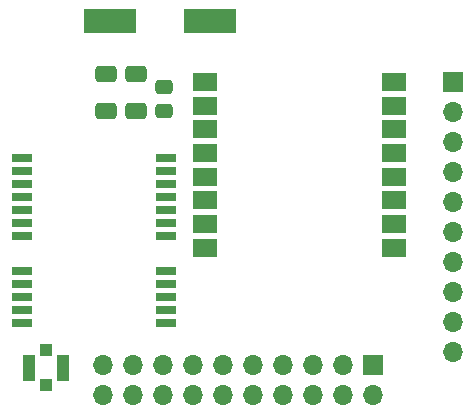
<source format=gbr>
%TF.GenerationSoftware,KiCad,Pcbnew,7.0.6*%
%TF.CreationDate,2023-09-14T12:48:26+02:00*%
%TF.ProjectId,pqunit,7071756e-6974-42e6-9b69-6361645f7063,rev?*%
%TF.SameCoordinates,Original*%
%TF.FileFunction,Soldermask,Top*%
%TF.FilePolarity,Negative*%
%FSLAX46Y46*%
G04 Gerber Fmt 4.6, Leading zero omitted, Abs format (unit mm)*
G04 Created by KiCad (PCBNEW 7.0.6) date 2023-09-14 12:48:26*
%MOMM*%
%LPD*%
G01*
G04 APERTURE LIST*
G04 Aperture macros list*
%AMRoundRect*
0 Rectangle with rounded corners*
0 $1 Rounding radius*
0 $2 $3 $4 $5 $6 $7 $8 $9 X,Y pos of 4 corners*
0 Add a 4 corners polygon primitive as box body*
4,1,4,$2,$3,$4,$5,$6,$7,$8,$9,$2,$3,0*
0 Add four circle primitives for the rounded corners*
1,1,$1+$1,$2,$3*
1,1,$1+$1,$4,$5*
1,1,$1+$1,$6,$7*
1,1,$1+$1,$8,$9*
0 Add four rect primitives between the rounded corners*
20,1,$1+$1,$2,$3,$4,$5,0*
20,1,$1+$1,$4,$5,$6,$7,0*
20,1,$1+$1,$6,$7,$8,$9,0*
20,1,$1+$1,$8,$9,$2,$3,0*%
G04 Aperture macros list end*
%ADD10R,1.800000X0.800000*%
%ADD11R,4.500000X2.000000*%
%ADD12RoundRect,0.250000X0.650000X-0.412500X0.650000X0.412500X-0.650000X0.412500X-0.650000X-0.412500X0*%
%ADD13R,2.000000X1.500000*%
%ADD14R,1.700000X1.700000*%
%ADD15O,1.700000X1.700000*%
%ADD16RoundRect,0.250000X0.475000X-0.337500X0.475000X0.337500X-0.475000X0.337500X-0.475000X-0.337500X0*%
%ADD17R,1.050000X2.200000*%
%ADD18R,1.000000X1.000000*%
G04 APERTURE END LIST*
D10*
%TO.C,U3*%
X136808400Y-106842800D03*
X136808400Y-107942800D03*
X136808400Y-109042800D03*
X136808400Y-110142800D03*
X136808400Y-111242800D03*
X136808400Y-112342800D03*
X136808400Y-113442800D03*
X136808400Y-116442800D03*
X136808400Y-117542800D03*
X136808400Y-118642800D03*
X136808400Y-119742800D03*
X136808400Y-120842800D03*
X124608400Y-120842800D03*
X124608400Y-119742800D03*
X124608400Y-118642800D03*
X124608400Y-117542800D03*
X124608400Y-116442800D03*
X124608400Y-113442800D03*
X124608400Y-112342800D03*
X124608400Y-111242800D03*
X124608400Y-110142800D03*
X124608400Y-109042800D03*
X124608400Y-107942800D03*
X124608400Y-106842800D03*
%TD*%
D11*
%TO.C,Y1*%
X132063600Y-95300800D03*
X140563600Y-95300800D03*
%TD*%
D12*
%TO.C,C10*%
X134264400Y-102908500D03*
X134264400Y-99783500D03*
%TD*%
D13*
%TO.C,U2*%
X140132800Y-100442000D03*
X140132800Y-102442000D03*
X140132800Y-104442000D03*
X140132800Y-106442000D03*
X140132800Y-108442000D03*
X140132800Y-110442000D03*
X140132800Y-112442000D03*
X140132800Y-114442000D03*
X156132800Y-114442000D03*
X156132800Y-112442000D03*
X156132800Y-110442000D03*
X156132800Y-108442000D03*
X156132800Y-106442000D03*
X156132800Y-104442000D03*
X156132800Y-102442000D03*
X156132800Y-100442000D03*
%TD*%
D14*
%TO.C,J1*%
X154350000Y-124390000D03*
D15*
X154350000Y-126930000D03*
X151810000Y-124390000D03*
X151810000Y-126930000D03*
X149270000Y-124390000D03*
X149270000Y-126930000D03*
X146730000Y-124390000D03*
X146730000Y-126930000D03*
X144190000Y-124390000D03*
X144190000Y-126930000D03*
X141650000Y-124390000D03*
X141650000Y-126930000D03*
X139110000Y-124390000D03*
X139110000Y-126930000D03*
X136570000Y-124390000D03*
X136570000Y-126930000D03*
X134030000Y-124390000D03*
X134030000Y-126930000D03*
X131490000Y-124390000D03*
X131490000Y-126930000D03*
%TD*%
D16*
%TO.C,C8*%
X136652000Y-100816500D03*
X136652000Y-102891500D03*
%TD*%
D14*
%TO.C,J2*%
X161086800Y-100431600D03*
D15*
X161086800Y-102971600D03*
X161086800Y-105511600D03*
X161086800Y-108051600D03*
X161086800Y-110591600D03*
X161086800Y-113131600D03*
X161086800Y-115671600D03*
X161086800Y-118211600D03*
X161086800Y-120751600D03*
X161086800Y-123291600D03*
%TD*%
D17*
%TO.C,J3*%
X125169400Y-124612400D03*
D18*
X126644400Y-126112400D03*
D17*
X128119400Y-124612400D03*
D18*
X126644400Y-123112400D03*
%TD*%
D12*
%TO.C,C6*%
X131724400Y-99783500D03*
X131724400Y-102908500D03*
%TD*%
M02*

</source>
